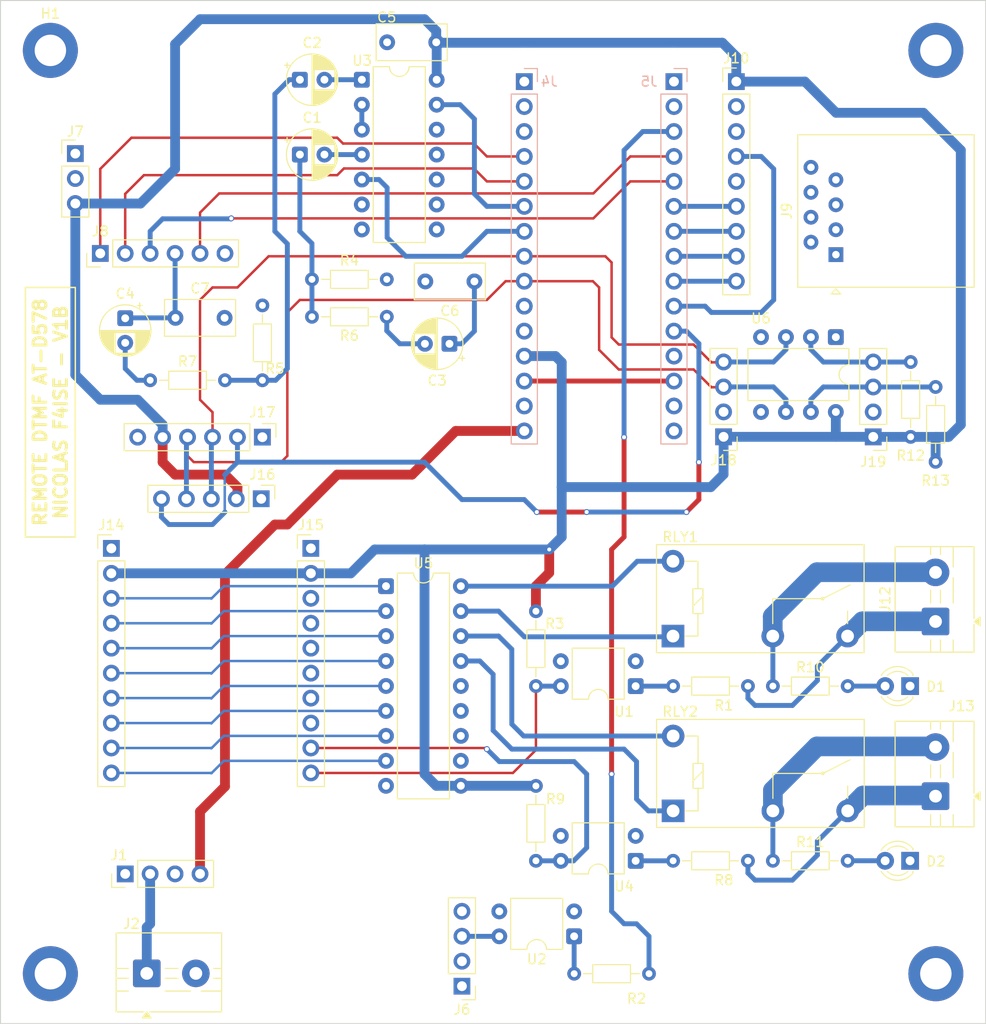
<source format=kicad_pcb>
(kicad_pcb (version 20241229) (generator "pcbnew") (generator_version "9.0")
  (title_block (date "sam. 04 avril 2015"))
  (layers (0 "F.Cu" signal) (2 "B.Cu" signal) (13 "F.Paste" user) (15 "B.Paste" user) (5 "F.SilkS" user "F.Silkscreen") (7 "B.SilkS" user "B.Silkscreen") (1 "F.Mask" user) (3 "B.Mask" user) (25 "Edge.Cuts" user))
  (net 0 "")
  (net 1 "GND")
  (net 2 "/~{RESET}")
  (net 3 "VCC")
  (net 4 "Net-(C1-Pad1)")
  (net 5 "/AM")
  (net 6 "/CW")
  (net 7 "Net-(C2-Pad1)")
  (net 8 "/TRX")
  (net 9 "Net-(C3-Pad2)")
  (net 10 "+5V")
  (net 11 "/GENCW")
  (net 12 "Net-(C4-Pad2)")
  (net 13 "Net-(J1-Pin_2)")
  (net 15 "/AREF")
  (net 16 "/D0{slash}RX")
  (net 17 "/D1{slash}TX")
  (net 18 "+3V3")
  (net 19 "/A7")
  (net 20 "/A6")
  (net 21 "Net-(D1-A)")
  (net 22 "Net-(D2-A)")
  (net 23 "/D13{slash}SCK")
  (net 24 "/P12V1")
  (net 25 "/MSG0")
  (net 26 "/SELAM")
  (net 27 "/SELCW")
  (net 28 "/MSG1")
  (net 29 "/SDA")
  (net 30 "/Q2")
  (net 31 "/SOT")
  (net 32 "/SCL")
  (net 33 "/Q3")
  (net 34 "/EOT")
  (net 35 "/Q0")
  (net 36 "/~{STQ}")
  (net 37 "/Q1")
  (net 38 "/URX")
  (net 39 "/UTX")
  (net 40 "/MIC")
  (net 41 "/DTMF")
  (net 42 "/PTT")
  (net 47 "Net-(R1-Pad2)")
  (net 48 "Net-(R2-Pad2)")
  (net 51 "/CMD_PTT")
  (net 53 "/~{INT}")
  (net 55 "/P12V2")
  (net 56 "/P02")
  (net 57 "/P04")
  (net 58 "/P06")
  (net 59 "/P01")
  (net 60 "/P03")
  (net 61 "/P05")
  (net 62 "/P00")
  (net 63 "/P07")
  (net 64 "/P14")
  (net 65 "/PRES12V1")
  (net 66 "/P17")
  (net 67 "/PRES12V2")
  (net 68 "/P15")
  (net 69 "/P16")
  (net 70 "/P13")
  (net 71 "/P12")
  (net 73 "/LDA")
  (net 74 "/LCL")
  (net 75 "Net-(R8-Pad2)")
  (net 76 "/CMD_RLY11")
  (net 77 "/CMD_RLY15")
  (net 78 "/CMD_RLY25")
  (net 79 "/CMD_RLY21")
  (net 84 "/P12V1S")
  (net 85 "/P12V2S")
  (footprint "MountingHole:MountingHole_3.2mm_M3_DIN965_Pad" (layer "F.Cu") (at 162.23 143.18)
    (property "Reference" "H4" (hide yes))
    (property "Value" "MountingHole_Pad" (hide yes))
  )
  (footprint "Capacitor_THT:CP_Radial_D5.0mm_P2.50mm" (layer "F.Cu") (at 112.7 79.065 180)
    (property "Reference" "C3")
    (property "Value" "4u7" (hide yes))
  )
  (footprint "Resistor_THT:R_Axial_DIN0204_L3.6mm_D1.6mm_P7.62mm_Horizontal" (layer "F.Cu") (at 162.203788 91.078968 90)
    (property "Reference" "R13")
    (property "Value" "470R" (hide yes))
  )
  (footprint "Connector_PinHeader_2.54mm:PinHeader_1x06_P2.54mm_Vertical" (layer "F.Cu") (at 77.14 69.865 90)
    (property "Reference" "J8")
    (property "Value" "IO ATTINY85" (hide yes))
  )
  (footprint "Connector_PinHeader_2.54mm:PinHeader_1x09_P2.54mm_Vertical" (layer "F.Cu") (at 141.91 52.375)
    (property "Reference" "J10")
    (property "Value" "MT8870D" (hide yes))
  )
  (footprint "Connector_PinHeader_2.54mm:PinHeader_1x05_P2.54mm_Vertical" (layer "F.Cu") (at 93.532945 94.843584 -90)
    (property "Reference" "J16")
    (property "Value" "PCF8575" (hide yes))
  )
  (footprint "Capacitor_THT:CP_Radial_D5.0mm_P2.50mm" (layer "F.Cu") (at 97.4675 59.805)
    (property "Reference" "C1")
    (property "Value" "4u7" (hide yes))
  )
  (footprint "Package_DIP:DIP-14_W7.62mm" (layer "F.Cu") (at 103.7775 52.185)
    (property "Reference" "U3")
    (property "Value" "CD4066BE")
  )
  (footprint "Arduino_MountingHole:MountingHole_65mil" (layer "F.Cu") (at 135.56 49.835 -90)
    (property "Reference" "MH2" (hide yes))
    (property "Value" "MountingHole_65mil" (hide yes))
  )
  (footprint "Package_DIP:DIP-4_W7.62mm" (layer "F.Cu") (at 131.658929 131.69159 180)
    (property "Reference" "U4")
    (property "Value" "PC817" (hide yes))
  )
  (footprint "Capacitor_THT:C_Rect_L7.0mm_W3.5mm_P5.00mm" (layer "F.Cu") (at 84.8 76.425)
    (property "Reference" "C7")
    (property "Value" "47p" (hide yes))
  )
  (footprint "MountingHole:MountingHole_3.2mm_M3_DIN965_Pad" (layer "F.Cu") (at 162.23 49.2)
    (property "Reference" "H3" (hide yes))
    (property "Value" "MountingHole_Pad" (hide yes))
  )
  (footprint "Connector_PinHeader_2.54mm:PinHeader_1x06_P2.54mm_Vertical" (layer "F.Cu") (at 93.65 88.57 -90)
    (property "Reference" "J17")
    (property "Value" "DS3231")
  )
  (footprint "Resistor_THT:R_Axial_DIN0204_L3.6mm_D1.6mm_P7.62mm_Horizontal" (layer "F.Cu") (at 121.503929 106.28659 -90)
    (property "Reference" "R3")
    (property "Value" "100K" (hide yes))
  )
  (footprint "Connector_PinHeader_2.54mm:PinHeader_1x04_P2.54mm_Vertical" (layer "F.Cu") (at 155.853788 88.538968 180)
    (property "Reference" "J19")
    (property "Value" "BME280" (hide yes))
  )
  (footprint "Resistor_THT:R_Axial_DIN0204_L3.6mm_D1.6mm_P7.62mm_Horizontal" (layer "F.Cu") (at 121.503929 124.06659 -90)
    (property "Reference" "R9")
    (property "Value" "100K" (hide yes))
  )
  (footprint "Capacitor_THT:CP_Radial_D5.0mm_P2.50mm" (layer "F.Cu") (at 97.4675 52.185)
    (property "Reference" "C2")
    (property "Value" "4u7" (hide yes))
  )
  (footprint "Resistor_THT:R_Axial_DIN0204_L3.6mm_D1.6mm_P7.62mm_Horizontal" (layer "F.Cu") (at 145.633929 131.68659)
    (property "Reference" "R11")
    (property "Value" "4K7" (hide yes))
  )
  (footprint "Connector_PinHeader_2.54mm:PinHeader_1x04_P2.54mm_Vertical" (layer "F.Cu") (at 113.97 144.45 180)
    (property "Reference" "J6")
    (property "Value" "TRX TELCO" (hide yes))
  )
  (footprint "Resistor_THT:R_Axial_DIN0204_L3.6mm_D1.6mm_P7.62mm_Horizontal" (layer "F.Cu") (at 145.633929 113.90659)
    (property "Reference" "R10")
    (property "Value" "4K7" (hide yes))
  )
  (footprint "Resistor_THT:R_Axial_DIN0204_L3.6mm_D1.6mm_P7.62mm_Horizontal" (layer "F.Cu") (at 143.093929 131.68659 180)
    (property "Reference" "R8")
    (property "Value" "2K2" (hide yes))
  )
  (footprint "TerminalBlock:TerminalBlock_MaiXu_MX126-5.0-02P_1x02_P5.00mm" (layer "F.Cu") (at 81.875 143.1475)
    (property "Reference" "J2")
    (property "Value" "BATT 12V" (hide yes))
  )
  (footprint "Resistor_THT:R_Axial_DIN0204_L3.6mm_D1.6mm_P7.62mm_Horizontal" (layer "F.Cu") (at 143.093929 113.90659 180)
    (property "Reference" "R1")
    (property "Value" "2K2" (hide yes))
  )
  (footprint "Capacitor_THT:C_Rect_L7.0mm_W3.5mm_P5.00mm" (layer "F.Cu") (at 111.3525 48.375 180)
    (property "Reference" "C5")
    (property "Value" "100n" (hide yes))
  )
  (footprint "Resistor_THT:R_Axial_DIN0204_L3.6mm_D1.6mm_P7.62mm_Horizontal" (layer "F.Cu") (at 82.22 82.775)
    (property "Reference" "R7")
    (property "Value" "47K" (hide yes))
  )
  (footprint "Capacitor_THT:C_Rect_L7.0mm_W3.5mm_P5.00mm" (layer "F.Cu") (at 115.24 72.715 180)
    (property "Reference" "C6")
    (property "Value" "47p" (hide yes))
  )
  (footprint "TerminalBlock:TerminalBlock_MaiXu_MX126-5.0-02P_1x02_P5.00mm" (layer "F.Cu") (at 162.1975 125.11 90)
    (property "Reference" "J13")
    (property "Value" "RELAY 2" (hide yes))
  )
  (footprint "TerminalBlock:TerminalBlock_MaiXu_MX126-5.0-02P_1x02_P5.00mm" (layer "F.Cu") (at 162.1975 107.33 90)
    (property "Reference" "J12")
    (property "Value" "RELAY 1" (hide yes))
  )
  (footprint "Arduino_MountingHole:MountingHole_65mil" (layer "F.Cu") (at 120.32 90.475 -90)
    (property "Reference" "MH4" (hide yes))
    (property "Value" "MountingHole_65mil" (hide yes))
  )
  (footprint "Connector_PinHeader_2.54mm:PinHeader_1x04_P2.54mm_Vertical" (layer "F.Cu") (at 140.613788 88.533968 180)
    (property "Reference" "J18")
    (property "Value" "BME280" (hide yes))
  )
  (footprint "Capacitor_THT:CP_Radial_D5.0mm_P2.50mm" (layer "F.Cu") (at 79.68 76.465 -90)
    (property "Reference" "C4")
    (property "Value" "4u7" (hide yes))
  )
  (footprint "Relay_THT:Relay_SPST_Omron-G5Q-1A" (layer "F.Cu") (at 135.459956 108.816775)
    (property "Reference" "RLY1")
    (property "Value" "G5QU-1A" (hide yes))
  )
  (footprint "MountingHole:MountingHole_3.2mm_M3_DIN965_Pad" (layer "F.Cu") (at 72.06 49.2)
    (property "Reference" "H1")
    (property "Value" "MountingHole_Pad" (hide yes))
  )
  (footprint "Connector_PinHeader_2.54mm:PinHeader_1x04_P2.54mm_Vertical" (layer "F.Cu") (at 79.68 133.02 90)
    (property "Reference" "J1")
    (property "Value" "REG. 7V" (hide yes))
  )
  (footprint "MountingHole:MountingHole_3.2mm_M3_DIN965_Pad" (layer "F.Cu") (at 72.06 143.18)
    (property "Reference" "H2" (hide yes))
    (property "Value" "MountingHole_Pad" (hide yes))
  )
  (footprint "Package_DIP:DIP-4_W7.62mm" (layer "F.Cu") (at 131.658929 113.91159 180)
    (property "Reference" "U1")
    (property "Value" "PC817" (hide yes))
  )
  (footprint "Connector_PinHeader_2.54mm:PinHeader_1x10_P2.54mm_Vertical" (layer "F.Cu") (at 98.587995 99.888055)
    (property "Reference" "J15")
    (property "Value" "P1")
  )
  (footprint "LED_THT:LED_D3.0mm" (layer "F.Cu") (at 159.603929 113.90659 180)
    (property "Reference" "D1")
    (property "Value" "LED" (hide yes))
  )
  (footprint "Package_DIP:DIP-4_W7.62mm" (layer "F.Cu") (at 125.395 139.375 180)
    (property "Reference" "U2")
    (property "Value" "PC817" (hide yes))
  )
  (footprint "Arduino_MountingHole:MountingHole_65mil" (layer "F.Cu") (at 120.32 49.835 -90)
    (property "Reference" "MH1" (hide yes))
    (property "Value" "MountingHole_65mil" (hide yes))
  )
  (footprint "Resistor_THT:R_Axial_DIN0204_L3.6mm_D1.6mm_P7.62mm_Horizontal" (layer "F.Cu") (at 133.02 143.18 180)
    (property "Reference" "R2")
    (property "Value" "820R" (hide yes))
  )
  (footprint "Resistor_THT:R_Axial_DIN0204_L3.6mm_D1.6mm_P7.62mm_Horizontal" (layer "F.Cu") (at 98.6975 72.505)
    (property "Reference" "R4")
    (property "Value" "47K" (hide yes))
  )
  (footprint "Relay_THT:Relay_SPST_Omron-G5Q-1A" (layer "F.Cu") (at 135.473929 126.60659)
    (property "Reference" "RLY2")
    (property "Value" "G5QU-1A" (hide yes))
  )
  (footprint "Connector_PinHeader_2.54mm:PinHeader_1x10_P2.54mm_Vertical" (layer "F.Cu") (at 78.267995 99.888055)
    (property "Reference" "J14")
    (property "Value" "P0")
  )
  (footprint "Resistor_THT:R_Axial_DIN0204_L3.6mm_D1.6mm_P7.62mm_Horizontal" (layer "F.Cu") (at 93.65 82.775 90)
    (property "Reference" "R5")
    (property "Value" "47K" (hide yes))
  )
  (footprint "Resistor_THT:R_Axial_DIN0204_L3.6mm_D1.6mm_P7.62mm_Horizontal" (layer "F.Cu") (at 106.3175 76.315 180)
    (property "Reference" "R6")
    (property "Value" "47K" (hide yes))
  )
  (footprint "Package_DIP:DIP-18_W7.62mm" (layer "F.Cu") (at 106.237945 103.733584)
    (property "Reference" "U5")
    (property "Value" "ULN2803A" (hide yes))
  )
  (footprint "Connector_PinHeader_2.54mm:PinHeader_1x03_P2.54mm_Vertical" (layer "F.Cu") (at 74.6 59.705)
    (property "Reference" "J7")
    (property "Value" "AL. ATTINY85" (hide yes))
  )
  (footprint "LED_THT:LED_D3.0mm" (layer "F.Cu") (at 159.603929 131.68659 180)
    (property "Reference" "D2")
    (property "Value" "LED" (hide yes))
  )
  (footprint "Package_DIP:DIP-8_W7.62mm" (layer "F.Cu") (at 152.043788 78.383968 -90)
    (property "Reference" "U6")
    (property "Value" "P82B715D" (hide yes))
  )
  (footprint "Arduino_MountingHole:MountingHole_65mil" (layer "F.Cu") (at 135.56 90.475 -90)
    (property "Reference" "MH3" (hide yes))
    (property "Value" "MountingHole_65mil" (hide yes))
  )
  (footprint "Connector_RJ:RJ45_Amphenol_54602-x08_Horizontal" (layer "F.Cu") (at 152.05 69.9925 90)
    (property "Reference" "J9")
    (property "Value" "AT-D578" (hide yes))
  )
  (footprint "Resistor_THT:R_Axial_DIN0204_L3.6mm_D1.6mm_P7.62mm_Horizontal" (layer "F.Cu") (at 159.663788 88.538968 90)
    (property "Reference" "R12")
    (property "Value" "470R" (hide yes))
  )
  (footprint "Connector_PinHeader_2.54mm:PinHeader_1x15_P2.54mm_Vertical" (layer "B.Cu") (at 120.32 52.375 180)
    (property "Reference" "J4")
    (property "Value" "Analog")
  )
  (footprint "Connector_PinHeader_2.54mm:PinHeader_1x15_P2.54mm_Vertical" (layer "B.Cu") (at 135.56 52.375 180)
    (property "Reference" "J5")
    (property "Value" "Digital")
  )
  (gr_line (start 89.205 63.805) (end 102.54 63.805) (stroke (width 0.15)) (layer "F.Cu") (net 34))
  (gr_rect (start 69.52 73.33) (end 74.6 98.73) (stroke (width 0.15)) (fill no) (layer "F.SilkS"))
  (gr_rect (start 66.98 44.12) (end 167.31 148.26) (stroke (width 0.1)) (fill no) (layer "Edge.Cuts"))
  (gr_text "REMOTE DTMF AT-D578\nNICOLAS F4ISE - V1B" (at 72.06 86.03 90) (layer "F.SilkS") (effects (font (size 1.3 1.3) (thickness 0.3) (bold yes))))
  (segment (start 120.32 82.855) (end 135.56 82.855) (width 0.5) (layer "F.Cu") (net 2))
  (segment (start 87.3 133.02) (end 87.3 126.67) (width 1) (layer "F.Cu") (net 3))
  (segment (start 96.19 97.46) (end 101.27 92.38) (width 1) (layer "F.Cu") (net 3))
  (segment (start 101.27 92.38) (end 108.89 92.38) (width 1) (layer "F.Cu") (net 3))
  (segment (start 89.84 102.54) (end 94.92 97.46) (width 1) (layer "F.Cu") (net 3))
  (segment (start 94.92 97.46) (end 96.19 97.46) (width 1) (layer "F.Cu") (net 3))
  (segment (start 113.335 87.935) (end 120.32 87.935) (width 1) (layer "F.Cu") (net 3))
  (segment (start 89.84 124.13) (end 89.84 102.54) (width 1) (layer "F.Cu") (net 3))
  (segment (start 87.3 126.67) (end 89.84 124.13) (width 1) (layer "F.Cu") (net 3))
  (segment (start 108.89 92.38) (end 113.335 87.935) (width 1) (layer "F.Cu") (net 3))
  (segment (start 97.4675 67.6075) (end 97.4675 59.805) (width 0.5) (layer "B.Cu") (net 4))
  (segment (start 97.46 67.615) (end 97.4675 67.6075) (width 0.5) (layer "B.Cu") (net 4))
  (segment (start 98.6975 72.505) (end 98.6975 68.8525) (width 0.5) (layer "B.Cu") (net 4))
  (segment (start 98.6975 76.315) (end 98.6975 72.505) (width 0.5) (layer "B.Cu") (net 4))
  (segment (start 98.6975 68.8525) (end 97.46 67.615) (width 0.5) (layer "B.Cu") (net 4))
  (segment (start 99.9675 59.805) (end 103.7775 59.805) (width 0.5) (layer "B.Cu") (net 5))
  (segment (start 99.9675 52.185) (end 103.7775 52.185) (width 0.5) (layer "B.Cu") (net 6))
  (segment (start 96.38 52.185) (end 97.4675 52.185) (width 0.5) (layer "B.Cu") (net 7))
  (segment (start 94.92 53.645) (end 96.38 52.185) (width 0.5) (layer "B.Cu") (net 7))
  (segment (start 96.19 68.885) (end 94.92 67.615) (width 0.5) (layer "B.Cu") (net 7))
  (segment (start 94.92 67.615) (end 94.92 53.645) (width 0.5) (layer "B.Cu") (net 7))
  (segment (start 89.84 82.775) (end 93.65 82.775) (width 0.5) (layer "B.Cu") (net 7))
  (segment (start 93.65 82.775) (end 95 82.775) (width 0.5) (layer "B.Cu") (net 7))
  (segment (start 96.19 81.585) (end 96.19 68.885) (width 0.5) (layer "B.Cu") (net 7))
  (segment (start 95 82.775) (end 96.19 81.585) (width 0.5) (layer "B.Cu") (net 7))
  (segment (start 115.24 77.775) (end 113.95 79.065) (width 0.5) (layer "B.Cu") (net 8))
  (segment (start 115.24 72.715) (end 115.24 77.775) (width 0.5) (layer "B.Cu") (net 8))
  (segment (start 113.95 79.065) (end 112.7 79.065) (width 0.5) (layer "B.Cu") (net 8))
  (segment (start 106.3175 76.315) (end 106.3175 77.7425) (width 0.5) (layer "B.Cu") (net 9))
  (segment (start 107.64 79.065) (end 110.2 79.065) (width 0.5) (layer "B.Cu") (net 9))
  (segment (start 106.3175 77.7425) (end 107.64 79.065) (width 0.5) (layer "B.Cu") (net 9))
  (segment (start 91.11 94.726529) (end 91.11 93.65) (width 1) (layer "F.Cu") (net 10))
  (segment (start 83.49 91.11) (end 83.49 88.57) (width 1) (layer "F.Cu") (net 10))
  (segment (start 122.86 102.367858) (end 121.503929 103.723929) (width 1) (layer "F.Cu") (net 10))
  (segment (start 90.992945 94.843584) (end 91.11 94.726529) (width 0.25) (layer "F.Cu") (net 10))
  (segment (start 122.86 100) (end 122.86 102.367858) (width 1) (layer "F.Cu") (net 10))
  (segment (start 84.76 92.38) (end 83.49 91.11) (width 1) (layer "F.Cu") (net 10))
  (segment (start 89.84 92.38) (end 84.76 92.38) (width 1) (layer "F.Cu") (net 10))
  (segment (start 121.503929 103.723929) (end 121.503929 106.28659) (width 1) (layer "F.Cu") (net 10))
  (segment (start 91.11 93.65) (end 89.84 92.38) (width 1) (layer "F.Cu") (net 10))
  (via (at 122.86 100) (size 0.6) (drill 0.4) (layers "F.Cu" "B.Cu") (net 10))
  (segment (start 110.16 122.86) (end 111.353584 124.053584) (width 1) (layer "B.Cu") (net 10))
  (segment (start 140.495 48.42) (end 141.91 49.835) (width 1) (layer "B.Cu") (net 10))
  (segment (start 124.13 93.65) (end 124.13 80.95) (width 1) (layer "B.Cu") (net 10))
  (segment (start 83.49 87.3) (end 83.49 88.57) (width 1) (layer "B.Cu") (net 10))
  (segment (start 105.08 100) (end 110.16 100) (width 1) (layer "B.Cu") (net 10))
  (segment (start 152.043788 86.003968) (end 152.043788 88.533968) (width 1) (layer "B.Cu") (net 10))
  (segment (start 155.848788 88.533968) (end 155.853788 88.538968) (width 0.25) (layer "B.Cu") (net 10))
  (segment (start 152.07 55.55) (end 160.96 55.55) (width 1) (layer "B.Cu") (net 10))
  (segment (start 111.3975 48.42) (end 140.495 48.42) (width 1) (layer "B.Cu") (net 10))
  (segment (start 140.613788 88.533968) (end 152.043788 88.533968) (width 1) (layer "B.Cu") (net 10))
  (segment (start 159.663788 88.538968) (end 155.853788 88.538968) (width 1) (layer "B.Cu") (net 10))
  (segment (start 87.3 46.025) (end 110.16 46.025) (width 1) (layer "B.Cu") (net 10))
  (segment (start 78.267995 102.428055) (end 98.587995 102.428055) (width 1) (layer "B.Cu") (net 10))
  (segment (start 111.3525 47.2175) (end 111.3525 48.375) (width 1) (layer "B.Cu") (net 10))
  (segment (start 111.353584 124.053584) (end 113.857945 124.053584) (width 1) (layer "B.Cu") (net 10))
  (segment (start 110.16 46.025) (end 111.3525 47.2175) (width 1) (layer "B.Cu") (net 10))
  (segment (start 102.651945 102.428055) (end 105.08 100) (width 1) (layer "B.Cu") (net 10))
  (segment (start 123.495 80.315) (end 120.32 80.315) (width 1) (layer "B.Cu") (net 10))
  (segment (start 159.663788 88.538968) (end 163.473788 88.538968) (width 1) (layer "B.Cu") (net 10))
  (segment (start 163.473788 88.538968) (end 162.203788 88.538968) (width 1) (layer "B.Cu") (net 10))
  (segment (start 163.531032 88.538968) (end 163.468968 88.538968) (width 1) (layer "B.Cu") (net 10))
  (segment (start 111.3975 52.185) (end 111.3975 48.42) (width 1) (layer "B.Cu") (net 10))
  (segment (start 152.043788 88.533968) (end 155.848788 88.533968) (width 1) (layer "B.Cu") (net 10))
  (segment (start 84.76 48.565) (end 87.3 46.025) (width 1) (layer "B.Cu") (net 10))
  (segment (start 80.95 84.76) (end 83.49 87.3) (width 1) (layer "B.Cu") (net 10))
  (segment (start 111.3975 48.42) (end 111.3525 48.375) (width 0.25) (layer "B.Cu") (net 10))
  (segment (start 113.857945 124.053584) (end 121.490923 124.053584) (width 1) (layer "B.Cu") (net 10))
  (segment (start 122.86 100) (end 124.13 98.73) (width 1) (layer "B.Cu") (net 10))
  (segment (start 160.96 55.55) (end 164.77 59.36) (width 1) (layer "B.Cu") (net 10))
  (segment (start 124.13 98.73) (end 124.13 93.65) (width 1) (layer "B.Cu") (net 10))
  (segment (start 162.203788 88.538968) (end 162.203788 91.078968) (width 1) (layer "B.Cu") (net 10))
  (segment (start 164.77 59.36) (end 164.77 87.3) (width 1) (layer "B.Cu") (net 10))
  (segment (start 74.6 82.22) (end 77.14 84.76) (width 1) (layer "B.Cu") (net 10))
  (segment (start 140.613788 88.533968) (end 140.613788 92.348968) (width 1) (layer "B.Cu") (net 10))
  (segment (start 121.490923 124.053584) (end 121.503929 124.06659) (width 0.25) (layer "B.Cu") (net 10))
  (segment (start 164.77 87.3) (end 163.531032 88.538968) (width 1) (layer "B.Cu") (net 10))
  (segment (start 84.76 61.265) (end 84.76 48.565) (width 1) (layer "B.Cu") (net 10))
  (segment (start 124.13 80.95) (end 123.495 80.315) (width 1) (layer "B.Cu") (net 10))
  (segment (start 148.895 52.375) (end 152.07 55.55) (width 1) (layer "B.Cu") (net 10))
  (segment (start 81.24 64.785) (end 84.76 61.265) (width 1) (layer "B.Cu") (net 10))
  (segment (start 140.613788 92.348968) (end 139.312756 93.65) (width 1) (layer "B.Cu") (net 10))
  (segment (start 122.86 100) (end 110.16 100) (width 1) (layer "B.Cu") (net 10))
  (segment (start 139.312756 93.65) (end 124.13 93.65) (width 1) (layer "B.Cu") (net 10))
  (segment (start 141.91 52.375) (end 148.895 52.375) (width 1) (layer "B.Cu") (net 10))
  (segment (start 110.16 100) (end 110.16 122.86) (width 1) (layer "B.Cu") (net 10))
  (segment (start 98.587995 102.428055) (end 102.651945 102.428055) (width 1) (layer "B.Cu") (net 10))
  (segment (start 74.6 64.785) (end 74.6 82.22) (width 1) (layer "B.Cu") (net 10))
  (segment (start 77.14 84.76) (end 80.95 84.76) (width 1) (layer "B.Cu") (net 10))
  (segment (start 74.6 64.785) (end 81.24 64.785) (width 1) (layer "B.Cu") (net 10))
  (segment (start 141.91 49.835) (end 141.91 52.375) (width 1) (layer "B.Cu") (net 10))
  (segment (start 79.72 76.425) (end 79.68 76.465) (width 0.25) (layer "B.Cu") (net 11))
  (segment (start 84.76 69.865) (end 84.76 76.385) (width 0.5) (layer "B.Cu") (net 11))
  (segment (start 84.8 76.425) (end 79.72 76.425) (width 0.5) (layer "B.Cu") (net 11))
  (segment (start 84.76 76.385) (end 84.8 76.425) (width 0.25) (layer "B.Cu") (net 11))
  (segment (start 82.22 82.775) (end 80.87 82.775) (width 0.5) (layer "B.Cu") (net 12))
  (segment (start 79.68 81.585) (end 79.68 78.965) (width 0.5) (layer "B.Cu") (net 12))
  (segment (start 80.87 82.775) (end 79.68 81.585) (width 0.5) (layer "B.Cu") (net 12))
  (segment (start 82.22 138.1) (end 82.22 133.02) (width 1) (layer "B.Cu") (net 13))
  (segment (start 81.875 143.1475) (end 81.875 138.445) (width 1) (layer "B.Cu") (net 13))
  (segment (start 81.875 138.445) (end 82.22 138.1) (width 1) (layer "B.Cu") (net 13))
  (segment (start 153.253929 113.90659) (end 157.063929 113.90659) (width 0.5) (layer "B.Cu") (net 21))
  (segment (start 153.253929 131.68659) (end 157.063929 131.68659) (width 0.5) (layer "B.Cu") (net 22))
  (segment (start 154.74484 107.311891) (end 153.239956 108.816775) (width 2) (layer "B.Cu") (net 24))
  (segment (start 147.625 115.875) (end 150.165 113.335) (width 0.5) (layer "B.Cu") (net 24))
  (segment (start 143.093929 113.90659) (end 143.093929 115.153929) (width 0.5) (layer "B.Cu") (net 24))
  (segment (start 143.815 115.875) (end 147.625 115.875) (width 0.5) (layer "B.Cu") (net 24))
  (segment (start 143.093929 115.153929) (end 143.815 115.875) (width 0.5) (layer "B.Cu") (net 24))
  (segment (start 150.165 113.335) (end 150.165 111.891731) (width 0.5) (layer "B.Cu") (net 24))
  (segment (start 150.165 111.891731) (end 153.239956 108.816775) (width 0.5) (layer "B.Cu") (net 24))
  (segment (start 162.179391 107.311891) (end 154.74484 107.311891) (width 2) (layer "B.Cu") (net 24))
  (segment (start 101.859 58.679) (end 101.27 58.09) (width 0.25) (layer "F.Cu") (net 25))
  (segment (start 77.14 61.265) (end 77.14 69.865) (width 0.25) (layer "F.Cu") (net 25))
  (segment (start 80.315 58.09) (end 77.14 61.265) (width 0.25) (layer "F.Cu") (net 25))
  (segment (start 101.27 58.09) (end 80.315 58.09) (width 0.25) (layer "F.Cu") (net 25))
  (segment (start 120.32 59.995) (end 116.51 59.995) (width 0.25) (layer "F.Cu") (net 25))
  (segment (start 116.51 59.995) (end 115.194 58.679) (width 0.25) (layer "F.Cu") (net 25))
  (segment (start 115.194 58.679) (end 101.859 58.679) (width 0.25) (layer "F.Cu") (net 25))
  (segment (start 105.525 62.345) (end 106.35 63.17) (width 0.5) (layer "B.Cu") (net 26))
  (segment (start 103.7775 62.345) (end 105.525 62.345) (width 0.5) (layer "B.Cu") (net 26))
  (segment (start 116.51 67.615) (end 120.32 67.615) (width 0.5) (layer "B.Cu") (net 26))
  (segment (start 108.255 70.155) (end 113.97 70.155) (width 0.5) (layer "B.Cu") (net 26))
  (segment (start 113.97 70.155) (end 116.51 67.615) (width 0.5) (layer "B.Cu") (net 26))
  (segment (start 106.35 63.17) (end 106.35 68.25) (width 0.5) (layer "B.Cu") (net 26))
  (segment (start 106.35 68.25) (end 108.255 70.155) (width 0.5) (layer "B.Cu") (net 26))
  (segment (start 116.51 65.075) (end 115.24 63.805) (width 0.5) (layer "B.Cu") (net 27))
  (segment (start 115.24 63.805) (end 115.24 56.185) (width 0.5) (layer "B.Cu") (net 27))
  (segment (start 113.78 54.725) (end 111.3975 54.725) (width 0.5) (layer "B.Cu") (net 27))
  (segment (start 115.24 56.185) (end 113.78 54.725) (width 0.5) (layer "B.Cu") (net 27))
  (segment (start 120.32 65.075) (end 116.51 65.075) (width 0.5) (layer "B.Cu") (net 27))
  (segment (start 115.194 61.219) (end 101.951 61.219) (width 0.25) (layer "F.Cu") (net 28))
  (segment (start 101.951 61.219) (end 101.27 61.9) (width 0.25) (layer "F.Cu") (net 28))
  (segment (start 79.68 63.805) (end 79.68 69.865) (width 0.25) (layer "F.Cu") (net 28))
  (segment (start 116.51 62.535) (end 115.194 61.219) (width 0.25) (layer "F.Cu") (net 28))
  (segment (start 81.585 61.9) (end 79.68 63.805) (width 0.25) (layer "F.Cu") (net 28))
  (segment (start 101.27 61.9) (end 81.585 61.9) (width 0.25) (layer "F.Cu") (net 28))
  (segment (start 120.32 62.535) (end 116.51 62.535) (width 0.25) (layer "F.Cu") (net 28))
  (segment (start 87.3 74.6) (end 87.3 84.76) (width 0.25) (layer "F.Cu") (net 29))
  (segment (start 129.21 70.79) (end 129.21 78.41) (width 0.25) (layer "F.Cu") (net 29))
  (segment (start 94.285 70.155) (end 91.11 73.33) (width 0.25) (layer "F.Cu") (net 29))
  (segment (start 87.3 84.76) (end 88.57 86.03) (width 0.25) (layer "F.Cu") (net 29))
  (segment (start 129.939 79.139) (end 137.559 79.139) (width 0.25) (layer "F.Cu") (net 29))
  (segment (start 88.57 86.03) (end 88.57 88.57) (width 0.25) (layer "F.Cu") (net 29))
  (segment (start 139.37 80.95) (end 140.577756 80.95) (width 0.25) (layer "F.Cu") (net 29))
  (segment (start 140.577756 80.95) (end 140.613788 80.913968) (width 0.25) (layer "F.Cu") (net 29))
  (segment (start 137.559 79.139) (end 139.37 80.95) (width 0.25) (layer "F.Cu") (net 29))
  (segment (start 120.32 70.155) (end 128.575 70.155) (width 0.25) (layer "F.Cu") (net 29))
  (segment (start 120.32 70.155) (end 94.285 70.155) (width 0.25) (layer "F.Cu") (net 29))
  (segment (start 88.57 73.33) (end 87.3 74.6) (width 0.25) (layer "F.Cu") (net 29))
  (segment (start 91.11 73.33) (end 88.57 73.33) (width 0.25) (layer "F.Cu") (net 29))
  (segment (start 128.575 70.155) (end 129.21 70.79) (width 0.25) (layer "F.Cu") (net 29))
  (segment (start 129.21 78.41) (end 129.939 79.139) (width 0.25) (layer "F.Cu") (net 29))
  (segment (start 140.608788 80.918968) (end 140.613788 80.913968) (width 0.25) (layer "F.Cu") (net 29))
  (segment (start 140.613788 80.913968) (end 145.688788 80.913968) (width 0.5) (layer "B.Cu") (net 29))
  (segment (start 88.452945 94.843584) (end 88.452945 88.687055) (width 0.5) (layer "B.Cu") (net 29))
  (segment (start 88.452945 88.687055) (end 88.57 88.57) (width 0.25) (layer "B.Cu") (net 29))
  (segment (start 145.693788 80.918968) (end 146.963788 79.648968) (width 0.5) (layer "B.Cu") (net 29))
  (segment (start 145.688788 80.913968) (end 145.693788 80.918968) (width 0.25) (layer "B.Cu") (net 29))
  (segment (start 146.963788 79.648968) (end 146.963788 78.383968) (width 0.5) (layer "B.Cu") (net 29))
  (segment (start 135.56 67.615) (end 141.91 67.615) (width 0.5) (layer "B.Cu") (net 30))
  (segment (start 127.351 66.299) (end 131.115 62.535) (width 0.25) (layer "F.Cu") (net 31))
  (segment (start 90.475 66.299) (end 127.351 66.299) (width 0.25) (layer "F.Cu") (net 31))
  (segment (start 131.115 62.535) (end 135.56 62.535) (width 0.25) (layer "F.Cu") (net 31))
  (via (at 90.475 66.299) (size 0.6) (drill 0.4) (layers "F.Cu" "B.Cu") (net 31))
  (segment (start 90.429 66.345) (end 83.49 66.345) (width 0.5) (layer "B.Cu") (net 31))
  (segment (start 82.22 67.615) (end 82.22 69.865) (width 0.5) (layer "B.Cu") (net 31))
  (segment (start 83.49 66.345) (end 82.22 67.615) (width 0.5) (layer "B.Cu") (net 31))
  (segment (start 90.475 66.299) (end 90.429 66.345) (width 0.5) (layer "B.Cu") (net 31))
  (segment (start 127.94 79.68) (end 127.94 73.33) (width 0.25) (layer "F.Cu") (net 32))
  (segment (start 95.555 91.11) (end 86.665 91.11) (width 0.25) (layer "F.Cu") (net 32))
  (segment (start 86.03 90.475) (end 86.03 88.57) (width 0.25) (layer "F.Cu") (net 32))
  (segment (start 139.37 83.485) (end 137.564 81.679) (width 0.25) (layer "F.Cu") (net 32))
  (segment (start 129.939 81.679) (end 127.94 79.68) (width 0.25) (layer "F.Cu") (net 32))
  (segment (start 120.32 72.695) (end 118.415 72.695) (width 0.25) (layer "F.Cu") (net 32))
  (segment (start 140.582756 83.485) (end 139.37 83.485) (width 0.25) (layer "F.Cu") (net 32))
  (segment (start 97.46 74.6) (end 96.19 75.87) (width 0.25) (layer "F.Cu") (net 32))
  (segment (start 137.564 81.679) (end 129.939 81.679) (width 0.25) (layer "F.Cu") (net 32))
  (segment (start 118.415 72.695) (end 116.51 74.6) (width 0.25) (layer "F.Cu") (net 32))
  (segment (start 86.665 91.11) (end 86.03 90.475) (width 0.25) (layer "F.Cu") (net 32))
  (segment (start 127.94 73.33) (end 127.305 72.695) (width 0.25) (layer "F.Cu") (net 32))
  (segment (start 96.19 90.475) (end 95.555 91.11) (width 0.25) (layer "F.Cu") (net 32))
  (segment (start 116.51 74.6) (end 97.46 74.6) (width 0.25) (layer "F.Cu") (net 32))
  (segment (start 96.19 75.87) (end 96.19 90.475) (width 0.25) (layer "F.Cu") (net 32))
  (segment (start 127.305 72.695) (end 120.32 72.695) (width 0.25) (layer "F.Cu") (net 32))
  (segment (start 140.613788 83.453968) (end 140.582756 83.485) (width 0.25) (layer "F.Cu") (net 32))
  (segment (start 140.613788 83.453968) (end 145.688788 83.453968) (width 0.5) (layer "B.Cu") (net 32))
  (segment (start 146.963788 84.728968) (end 146.963788 86.003968) (width 0.5) (layer "B.Cu") (net 32))
  (segment (start 85.912945 88.687055) (end 86.03 88.57) (width 0.25) (layer "B.Cu") (net 32))
  (segment (start 85.912945 94.843584) (end 85.912945 88.687055) (width 0.5) (layer "B.Cu") (net 32))
  (segment (start 145.688788 83.453968) (end 146.963788 84.728968) (width 0.5) (layer "B.Cu") (net 32))
  (segment (start 135.56 65.075) (end 141.91 65.075) (width 0.5) (layer "B.Cu") (net 33))
  (segment (start 135.56 59.995) (end 131.115 59.995) (width 0.25) (layer "F.Cu") (net 34))
  (segment (start 89.251 63.759) (end 127.351 63.759) (width 0.25) (layer "F.Cu") (net 34))
  (segment (start 87.3 65.71) (end 87.3 69.865) (width 0.25) (layer "F.Cu") (net 34))
  (segment (start 131.115 59.995) (end 127.351 63.759) (width 0.25) (layer "F.Cu") (net 34))
  (segment (start 87.3 65.71) (end 89.251 63.759) (width 0.25) (layer "F.Cu") (net 34))
  (segment (start 135.56 72.695) (end 141.91 72.695) (width 0.5) (layer "B.Cu") (net 35))
  (segment (start 144.45 75.87) (end 139.37 75.87) (width 0.5) (layer "B.Cu") (net 36))
  (segment (start 145.72 74.6) (end 144.45 75.87) (width 0.5) (layer "B.Cu") (net 36))
  (segment (start 141.91 59.995) (end 144.45 59.995) (width 0.5) (layer "B.Cu") (net 36))
  (segment (start 138.735 75.235) (end 135.56 75.235) (width 0.5) (layer "B.Cu") (net 36))
  (segment (start 139.37 75.87) (end 138.735 75.235) (width 0.5) (layer "B.Cu") (net 36))
  (segment (start 145.72 61.265) (end 145.72 74.6) (width 0.5) (layer "B.Cu") (net 36))
  (segment (start 144.45 59.995) (end 145.72 61.265) (width 0.5) (layer "B.Cu") (net 36))
  (segment (start 135.56 70.155) (end 141.91 70.155) (width 0.5) (layer "B.Cu") (net 37))
  (segment (start 103.7775 57.265) (end 103.7775 54.725) (width 0.5) (layer "B.Cu") (net 40))
  (segment (start 117.775 139.375) (end 113.975 139.375) (width 0.5) (layer "B.Cu") (net 42))
  (segment (start 113.975 139.375) (end 113.97 139.37) (width 0.25) (layer "B.Cu") (net 42))
  (segment (start 131.658929 113.91159) (end 135.468929 113.91159) (width 0.5) (layer "B.Cu") (net 47))
  (segment (start 135.468929 113.91159) (end 135.473929 113.90659) (width 0.25) (layer "B.Cu") (net 47))
  (segment (start 125.395 139.375) (end 125.395 143.175) (width 0.5) (layer "B.Cu") (net 48))
  (segment (start 125.395 143.175) (end 125.4 143.18) (width 0.25) (layer "B.Cu") (net 48))
  (segment (start 130.48 98.73) (end 130.48 88.57) (width 0.5) (layer "F.Cu") (net 51))
  (segment (start 129.21 122.86) (end 129.21 100) (width 0.5) (layer "F.Cu") (net 51))
  (segment (start 129.21 100) (end 130.48 98.73) (width 0.5) (layer "F.Cu") (net 51))
  (via (at 130.48 88.57) (size 0.6) (drill 0.4) (layers "F.Cu" "B.Cu") (net 51))
  (via (at 129.21 122.86) (size 0.6) (drill 0.4) (layers "F.Cu" "B.Cu") (net 51))
  (segment (start 133.02 139.37) (end 131.75 138.1) (width 0.5) (layer "B.Cu") (net 51))
  (segment (start 130.48 88.57) (end 130.48 59.36) (width 0.5) (layer "B.Cu") (net 51))
  (segment (start 133.02 143.18) (end 133.02 139.37) (width 0.5) (layer "B.Cu") (net 51))
  (segment (start 130.48 138.1) (end 129.21 136.83) (width 0.5) (layer "B.Cu") (net 51))
  (segment (start 130.48 59.36) (end 132.385 57.455) (width 0.5) (layer "B.Cu") (net 51))
  (segment (start 132.385 57.455) (end 135.56 57.455) (width 0.5) (layer "B.Cu") (net 51))
  (segment (start 129.21 136.83) (end 129.21 122.86) (width 0.5) (layer "B.Cu") (net 51))
  (segment (start 131.75 138.1) (end 130.48 138.1) (width 0.5) (layer "B.Cu") (net 51))
  (segment (start 126.67 96.19) (end 121.59 96.19) (width 0.5) (layer "F.Cu") (net 53))
  (segment (start 136.83 96.19) (end 138.1 94.92) (width 0.5) (layer "F.Cu") (net 53))
  (segment (start 138.1 94.92) (end 138.1 91.11) (width 0.5) (layer "F.Cu") (net 53))
  (via (at 136.83 96.19) (size 0.6) (drill 0.4) (layers "F.Cu" "B.Cu") (net 53))
  (via (at 138.1 91.11) (size 0.6) (drill 0.4) (layers "F.Cu" "B.Cu") (net 53))
  (via (at 126.67 96.19) (size 0.6) (drill 0.4) (layers "F.Cu" "B.Cu") (net 53))
  (via (at 121.59 96.19) (size 0.6) (drill 0.4) (layers "F.Cu" "B.Cu") (net 53))
  (segment (start 84.125 97.46) (end 88.57 97.46) (width 0.5) (layer "B.Cu") (net 53))
  (segment (start 89.816945 96.166945) (end 89.816945 92.403055) (width 0.25) (layer "B.Cu") (net 53))
  (segment (start 88.57 97.46) (end 89.84 96.19) (width 0.5) (layer "B.Cu") (net 53))
  (segment (start 126.67 96.19) (end 136.83 96.19) (width 0.5) (layer "B.Cu") (net 53))
  (segment (start 83.372945 94.843584) (end 83.372945 96.707945) (width 0.5) (layer "B.Cu") (net 53))
  (segment (start 113.97 94.92) (end 110.16 91.11) (width 0.5) (layer "B.Cu") (net 53))
  (segment (start 89.816945 92.403055) (end 91.11 91.11) (width 0.5) (layer "B.Cu") (net 53))
  (segment (start 138.1 79.045) (end 136.83 77.775) (width 0.5) (layer "B.Cu") (net 53))
  (segment (start 91.11 91.11) (end 91.11 88.57) (width 0.5) (layer "B.Cu") (net 53))
  (segment (start 136.83 77.775) (end 135.56 77.775) (width 0.5) (layer "B.Cu") (net 53))
  (segment (start 89.84 96.19) (end 89.816945 96.166945) (width 0.25) (layer "B.Cu") (net 53))
  (segment (start 110.16 91.11) (end 91.11 91.11) (width 0.5) (layer "B.Cu") (net 53))
  (segment (start 138.1 91.11) (end 138.1 79.045) (width 0.5) (layer "B.Cu") (net 53))
  (segment (start 83.372945 96.707945) (end 84.125 97.46) (width 0.5) (layer "B.Cu") (net 53))
  (segment (start 120.32 94.92) (end 113.97 94.92) (width 0.5) (layer "B.Cu") (net 53))
  (segment (start 121.59 96.19) (end 120.32 94.92) (width 0.5) (layer "B.Cu") (net 53))
  (segment (start 147.625 133.655) (end 150.165 131.115) (width 0.5) (layer "B.Cu") (net 55))
  (segment (start 150.165 129.695519) (end 153.253929 126.60659) (width 0.5) (layer "B.Cu") (net 55))
  (segment (start 143.093929 132.933929) (end 143.815 133.655) (width 0.5) (layer "B.Cu") (net 55))
  (segment (start 154.813929 125.04659) (end 153.253929 126.60659) (width 2) (layer "B.Cu") (net 55))
  (segment (start 150.165 131.115) (end 150.165 129.695519) (width 0.5) (layer "B.Cu") (net 55))
  (segment (start 162.13409 125.04659) (end 154.813929 125.04659) (width 2) (layer "B.Cu") (net 55))
  (segment (start 143.815 133.655) (end 147.625 133.655) (width 0.5) (layer "B.Cu") (net 55))
  (segment (start 143.093929 131.68659) (end 143.093929 132.933929) (width 0.5) (layer "B.Cu") (net 55))
  (segment (start 88.417416 110.048055) (end 88.452945 110.083584) (width 0.25) (layer "B.Cu") (net 56))
  (segment (start 78.267995 110.048055) (end 88.417416 110.048055) (width 0.25) (layer "B.Cu") (net 56))
  (segment (start 89.722945 108.813584) (end 106.237945 108.813584) (width 0.25) (layer "B.Cu") (net 56))
  (segment (start 88.452945 110.083584) (end 89.722945 108.813584) (width 0.25) (layer "B.Cu") (net 56))
  (segment (start 89.722945 113.893584) (end 106.237945 113.893584) (width 0.25) (layer "B.Cu") (net 57))
  (segment (start 88.417416 115.128055) (end 88.452945 115.163584) (width 0.25) (layer "B.Cu") (net 57))
  (segment (start 88.452945 115.163584) (end 89.722945 113.893584) (width 0.25) (layer "B.Cu") (net 57))
  (segment (start 78.267995 115.128055) (end 88.417416 115.128055) (width 0.25) (layer "B.Cu") (net 57))
  (segment (start 88.452945 120.243584) (end 89.722945 118.973584) (width 0.25) (layer "B.Cu") (net 58))
  (segment (start 78.267995 120.208055) (end 88.417416 120.208055) (width 0.25) (layer "B.Cu") (net 58))
  (segment (start 88.417416 120.208055) (end 88.452945 120.243584) (width 0.25) (layer "B.Cu") (net 58))
  (segment (start 89.722945 118.973584) (end 106.237945 118.973584) (width 0.25) (layer "B.Cu") (net 58))
  (segment (start 88.417416 107.508055) (end 88.452945 107.543584) (width 0.25) (layer "B.Cu") (net 59))
  (segment (start 88.452945 107.543584) (end 89.722945 106.273584) (width 0.25) (layer "B.Cu") (net 59))
  (segment (start 89.722945 106.273584) (end 106.237945 106.273584) (width 0.25) (layer "B.Cu") (net 59))
  (segment (start 78.267995 107.508055) (end 88.417416 107.508055) (width 0.25) (layer "B.Cu") (net 59))
  (segment (start 78.267995 112.588055) (end 88.417416 112.588055) (width 0.25) (layer "B.Cu") (net 60))
  (segment (start 88.452945 112.623584) (end 89.722945 111.353584) (width 0.25) (layer "B.Cu") (net 60))
  (segment (start 89.722945 111.353584) (end 106.237945 111.353584) (width 0.25) (layer "B.Cu") (net 60))
  (segment (start 88.417416 112.588055) (end 88.452945 112.623584) (width 0.25) (layer "B.Cu") (net 60))
  (segment (start 88.452945 117.703584) (end 89.722945 116.433584) (width 0.25) (layer "B.Cu") (net 61))
  (segment (start 88.417416 117.668055) (end 88.452945 117.703584) (width 0.25) (layer "B.Cu") (net 61))
  (segment (start 89.722945 116.433584) (end 106.237945 116.433584) (width 0.25) (layer "B.Cu") (net 61))
  (segment (start 78.267995 117.668055) (end 88.417416 117.668055) (width 0.25) (layer "B.Cu") (net 61))
  (segment (start 89.722945 103.733584) (end 106.237945 103.733584) (width 0.25) (layer "B.Cu") (net 62))
  (segment (start 78.267995 104.968055) (end 88.417416 104.968055) (width 0.25) (layer "B.Cu") (net 62))
  (segment (start 88.417416 104.968055) (end 88.452945 105.003584) (width 0.25) (layer "B.Cu") (net 62))
  (segment (start 88.452945 105.003584) (end 89.722945 103.733584) (width 0.25) (layer "B.Cu") (net 62))
  (segment (start 88.417416 122.748055) (end 88.452945 122.783584) (width 0.25) (layer "B.Cu") (net 63))
  (segment (start 89.722945 121.513584) (end 106.237945 121.513584) (width 0.25) (layer "B.Cu") (net 63))
  (segment (start 78.267995 122.748055) (end 88.417416 122.748055) (width 0.25) (layer "B.Cu") (net 63))
  (segment (start 88.452945 122.783584) (end 89.722945 121.513584) (width 0.25) (layer "B.Cu") (net 63))
  (segment (start 119.161945 122.748055) (end 121.503929 120.406071) (width 0.25) (layer "F.Cu") (net 65))
  (segment (start 98.587995 122.748055) (end 119.161945 122.748055) (width 0.25) (layer "F.Cu") (net 65))
  (segment (start 121.503929 113.90659) (end 121.503929 120.406071) (width 0.25) (layer "F.Cu") (net 65))
  (segment (start 124.038929 113.91159) (end 121.508929 113.91159) (width 0.5) (layer "B.Cu") (net 65))
  (segment (start 121.508929 113.91159) (end 121.503929 113.90659) (width 0.25) (layer "B.Cu") (net 65))
  (segment (start 98.587995 120.208055) (end 116.398055 120.208055) (width 0.25) (layer "F.Cu") (net 67))
  (segment (start 116.398055 120.208055) (end 116.51 120.32) (width 0.25) (layer "F.Cu") (net 67))
  (via (at 116.51 120.32) (size 0.6) (drill 0.4) (layers "F.Cu" "B.Cu") (net 67))
  (segment (start 117.78 121.59) (end 125.4 121.59) (width 0.5) (layer "B.Cu") (net 67))
  (segment (start 121.508929 131.69159) (end 121.503929 131.68659) (width 0.25) (layer "B.Cu") (net 67))
  (segment (start 126.67 130.36318) (end 125.34159 131.69159) (width 0.5) (layer "B.Cu") (net 67))
  (segment (start 125.34159 131.69159) (end 124.038929 131.69159) (width 0.5) (layer "B.Cu") (net 67))
  (segment (start 125.4 121.59) (end 126.67 122.86) (width 0.5) (layer "B.Cu") (net 67))
  (segment (start 116.51 120.32) (end 117.78 121.59) (width 0.5) (layer "B.Cu") (net 67))
  (segment (start 124.038929 131.69159) (end 121.508929 131.69159) (width 0.5) (layer "B.Cu") (net 67))
  (segment (start 126.67 122.86) (end 126.67 130.36318) (width 0.5) (layer "B.Cu") (net 67))
  (segment (start 150.773788 80.918968) (end 149.503788 79.648968) (width 0.5) (layer "B.Cu") (net 73))
  (segment (start 155.853788 80.918968) (end 159.663788 80.918968) (width 0.5) (layer "B.Cu") (net 73))
  (segment (start 155.853788 80.918968) (end 150.773788 80.918968) (width 0.5) (layer "B.Cu") (net 73))
  (segment (start 149.503788 79.648968) (end 149.503788 78.383968) (width 0.5) (layer "B.Cu") (net 73))
  (segment (start 149.503788 84.728968) (end 149.503788 86.003968) (width 0.5) (layer "B.Cu") (net 74))
  (segment (start 155.853788 83.458968) (end 162.203788 83.458968) (width 0.5) (layer "B.Cu") (net 74))
  (segment (start 155.853788 83.458968) (end 150.773788 83.458968) (width 0.5) (layer "B.Cu") (net 74))
  (segment (start 150.773788 83.458968) (end 149.503788 84.728968) (width 0.5) (layer "B.Cu") (net 74))
  (segment (start 131.658929 131.69159) (end 135.468929 131.69159) (width 0.5) (layer "B.Cu") (net 75))
  (segment (start 135.468929 131.69159) (end 135.473929 131.68659) (width 0.25) (layer "B.Cu") (net 75))
  (segment (start 113.857945 106.273584) (end 117.703584 106.273584) (width 0.5) (layer "B.Cu") (net 76))
  (segment (start 135.386731 108.89) (end 135.459956 108.816775) (width 0.25) (layer "B.Cu") (net 76))
  (segment (start 117.703584 106.273584) (end 120.32 108.89) (width 0.5) (layer "B.Cu") (net 76))
  (segment (start 120.32 108.89) (end 135.386731 108.89) (width 0.5) (layer "B.Cu") (net 76))
  (segment (start 131.823225 101.196775) (end 135.459956 101.196775) (width 0.5) (layer "B.Cu") (net 77))
  (segment (start 113.857945 103.733584) (end 129.286416 103.733584) (width 0.5) (layer "B.Cu") (net 77))
  (segment (start 129.286416 103.733584) (end 131.823225 101.196775) (width 0.5) (layer "B.Cu") (net 77))
  (segment (start 120.25659 118.98659) (end 119.05 117.78) (width 0.5) (layer "B.Cu") (net 78))
  (segment (start 119.05 110.16) (end 117.703584 108.813584) (width 0.5) (layer "B.Cu") (net 78))
  (segment (start 117.703584 108.813584) (end 113.857945 108.813584) (width 0.5) (layer "B.Cu") (net 78))
  (segment (start 119.05 117.78) (end 119.05 110.16) (width 0.5) (layer "B.Cu") (net 78))
  (segment (start 135.473929 118.98659) (end 120.25659 118.98659) (width 0.5) (layer "B.Cu") (net 78))
  (segment (start 117.145 112.7) (end 115.798584 111.353584) (width 0.5) (layer "B.Cu") (net 79))
  (segment (start 119.05 120.32) (end 117.145 118.415) (width 0.5) (layer "B.Cu") (net 79))
  (segment (start 132.95659 126.60659) (end 131.75 125.4) (width 0.5) (layer "B.Cu") (net 79))
  (segment (start 131.75 121.59) (end 130.48 120.32) (width 0.5) (layer "B.Cu") (net 79))
  (segment (start 115.798584 111.353584) (end 113.857945 111.353584) (width 0.5) (layer "B.Cu") (net 79))
  (segment (start 130.48 120.32) (end 119.05 120.32) (width 0.5) (layer "B.Cu") (net 79))
  (segment (start 135.473929 126.60659) (end 132.95659 126.60659) (width 0.5) (layer "B.Cu") (net 79))
  (segment (start 117.145 118.415) (end 117.145 112.7) (width 0.5) (layer "B.Cu") (net 79))
  (segment (start 131.75 125.4) (end 131.75 121.59) (width 0.5) (layer "B.Cu") (net 79))
  (segment (start 145.619956 106.817566) (end 150.125631 102.311891) (width 2) (layer "B.Cu") (net 84))
  (segment (start 145.619956 108.816775) (end 145.619956 106.817566) (width 2) (layer "B.Cu") (net 84))
  (segment (start 145.633929 108.830748) (end 145.619956 108.816775) (width 0.25) (layer "B.Cu") (net 84))
  (segment (start 145.633929 113.90659) (end 145.633929 108.830748) (width 0.5) (layer "B.Cu") (net 84))
  (segment (start 150.125631 102.311891) (end 162.179391 102.311891) (width 2) (layer "B.Cu") (net 84))
  (segment (start 150.12091 120.04659) (end 162.13409 120.04659) (width 2) (layer "B.Cu") (net 85))
  (segment (start 145.633929 131.68659) (end 145.633929 126.60659) (width 0.5) (layer "B.Cu") (net 85))
  (segment (start 145.633929 126.60659) (end 145.633929 124.533571) (width 2) (layer "B.Cu") (net 85))
  (segment (start 145.633929 124.533571) (end 150.12091 120.04659) (width 2) (layer "B.Cu") (net 85))
)
</source>
